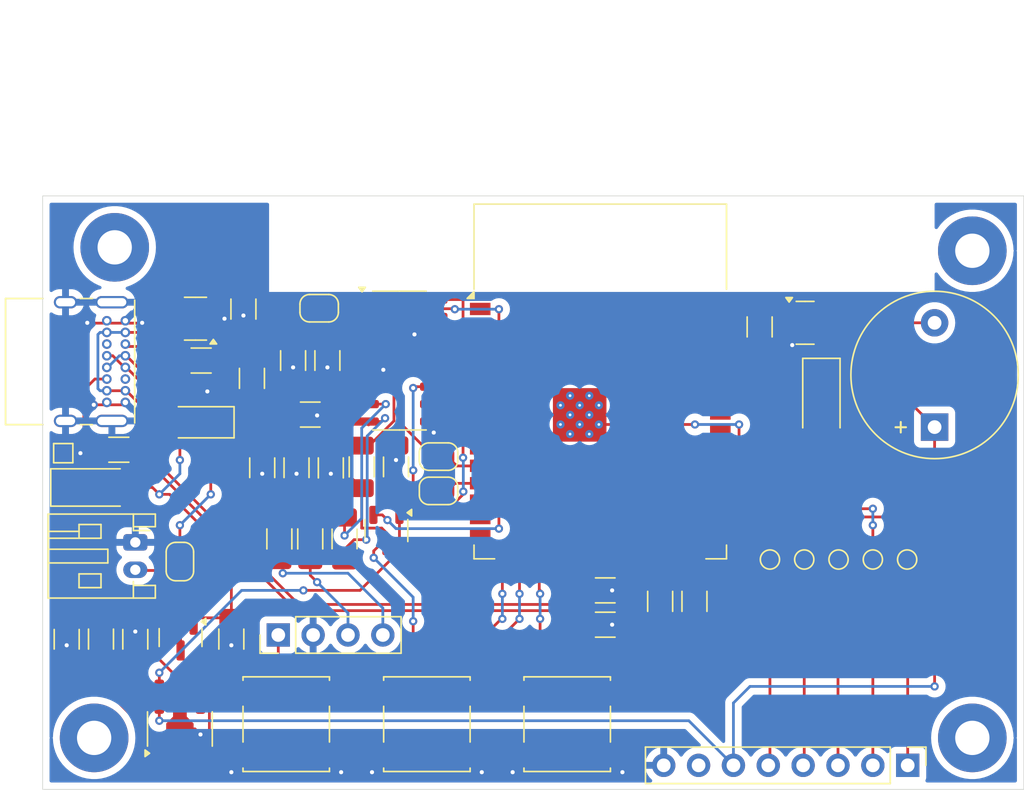
<source format=kicad_pcb>
(kicad_pcb (version 20240108) (generator "pcbnew") (generator_version "8.0")
  (layers (0 "F.Cu" signal) (31 "B.Cu" signal) (34 "B.Paste" user) (35 "F.Paste" user) (36 "B.SilkS" user "B.Silkscreen") (37 "F.SilkS" user "F.Silkscreen") (38 "B.Mask" user) (39 "F.Mask" user) (44 "Edge.Cuts" user))
  (net 0 "")
  (net 1 "Net-(D1-K)")
  (net 2 "GND")
  (net 3 "3.3V")
  (net 4 "VBAT")
  (net 5 "Net-(U2-INA-)")
  (net 6 "Net-(U2-INA+)")
  (net 7 "/E+")
  (net 8 "Net-(U2-VBG)")
  (net 9 "VBUS")
  (net 10 "Net-(D2-K)")
  (net 11 "Net-(D4-A)")
  (net 12 "/RST")
  (net 13 "/CS")
  (net 15 "/CLK")
  (net 16 "/D{slash}C")
  (net 17 "/S+")
  (net 18 "/S-")
  (net 19 "Net-(J3-Pin_2)")
  (net 20 "/D+")
  (net 21 "Net-(J4-CC2)")
  (net 22 "Net-(J4-CC1)")
  (net 23 "/D-")
  (net 24 "Net-(JP1-B)")
  (net 25 "/DATA")
  (net 26 "Net-(JP2-A)")
  (net 27 "Net-(JP3-B)")
  (net 28 "Net-(JP3-A)")
  (net 29 "/BEEP")
  (net 30 "Net-(Q2-B)")
  (net 31 "Net-(U4-EN)")
  (net 32 "Net-(U3-STAT)")
  (net 33 "Net-(U3-PROG)")
  (net 34 "Net-(U2-VFB)")
  (net 35 "/BUT1")
  (net 36 "/BUT2")
  (net 37 "/BUT3")
  (net 69 "Net-(JP2-B)")
  (net 70 "Net-(Q3-G)")
  (net 71 "Net-(U1-GPIO19{slash}USB_D-)")
  (net 72 "Net-(U1-GPIO20{slash}USB_D+)")
  (footprint "Package_TO_SOT_SMD:SOT-23-3" (layer "F.Cu") (at 152.8 116.8875 -90)
    (property "Reference" "Q2" (hide yes))
    (property "Value" "S8550" (hide yes))
  )
  (footprint "Diode_SMD:D_SOD-128" (layer "F.Cu") (at 184.5 107.5 -90)
    (property "Reference" "D4" (hide yes))
    (property "Value" "D_Schottky_Filled" (hide yes))
  )
  (footprint "Connector_JST:JST_PH_S2B-PH-K_1x02_P2.00mm_Horizontal" (layer "F.Cu") (at 134.5 117.75 -90)
    (property "Reference" "J3" (hide yes))
    (property "Value" "Conn_01x02" (hide yes))
  )
  (footprint "Resistor_SMD:R_1206_3216Metric_Pad1.30x1.75mm_HandSolder" (layer "F.Cu") (at 142.38 100.75 -90)
    (property "Reference" "R4" (hide yes))
    (property "Value" "5.1k" (hide yes))
  )
  (footprint "TestPoint:TestPoint_Pad_D1.0mm" (layer "F.Cu") (at 180.75 119)
    (property "Reference" "TP5" (hide yes))
    (property "Value" "TestPoint_Small" (hide yes))
  )
  (footprint "Connector_PinHeader_2.54mm:PinHeader_1x08_P2.54mm_Vertical" (layer "F.Cu") (at 190.79 134 -90)
    (property "Reference" "J1" (hide yes))
    (property "Value" "Conn_01x08" (hide yes))
  )
  (footprint "Capacitor_SMD:C_1206_3216Metric_Pad1.33x1.80mm_HandSolder" (layer "F.Cu") (at 168.75 121.25)
    (property "Reference" "C11" (hide yes))
    (property "Value" "20p" (hide yes))
  )
  (footprint "Resistor_SMD:R_1206_3216Metric_Pad1.30x1.75mm_HandSolder" (layer "F.Cu") (at 132 124.8 -90)
    (property "Reference" "R1" (hide yes))
    (property "Value" "100k" (hide yes))
  )
  (footprint "Jumper:SolderJumper-2_P1.3mm_Bridged2Bar_RoundedPad1.0x1.5mm" (layer "F.Cu") (at 156.6 114 180)
    (property "Reference" "JP3" (hide yes))
    (property "Value" "SolderJumper_2_Bridged" (hide yes))
  )
  (footprint "Resistor_SMD:R_1206_3216Metric_Pad1.30x1.75mm_HandSolder" (layer "F.Cu") (at 151 112.25 -90)
    (property "Reference" "R7" (hide yes))
    (property "Value" "100" (hide yes))
  )
  (footprint "Resistor_SMD:R_1206_3216Metric_Pad1.30x1.75mm_HandSolder" (layer "F.Cu") (at 141.5 124.8 -90)
    (property "Reference" "R2" (hide yes))
    (property "Value" "100k" (hide yes))
  )
  (footprint "Jumper:SolderJumper-2_P1.3mm_Bridged2Bar_RoundedPad1.0x1.5mm" (layer "F.Cu") (at 147.9 100.6875 180)
    (property "Reference" "JP1" (hide yes))
    (property "Value" "SolderJumper_2_Bridged" (hide yes))
  )
  (footprint "Diode_SMD:D_SOD-128" (layer "F.Cu") (at 131.5 113.75)
    (property "Reference" "D1" (hide yes))
    (property "Value" "~" (hide yes))
  )
  (footprint "Package_SO:SOP-16_3.9x9.9mm_P1.27mm" (layer "F.Cu") (at 153.75 104.5)
    (property "Reference" "U2" (hide yes))
    (property "Value" "HX711" (hide yes))
  )
  (footprint "Package_TO_SOT_SMD:SOT-89-5_Handsoldering" (layer "F.Cu") (at 137.75 131.35 90)
    (property "Reference" "U4" (hide yes))
    (property "Value" "AP2112/RT9080-3.3" (hide yes))
  )
  (footprint "Resistor_SMD:R_1206_3216Metric_Pad1.30x1.75mm_HandSolder" (layer "F.Cu") (at 133.3 111)
    (property "Reference" "R9" (hide yes))
    (property "Value" "5.1k" (hide yes))
  )
  (footprint "MountingHole:MountingHole_2.5mm_Pad_TopBottom" (layer "F.Cu") (at 195.5 96.5)
    (property "Reference" "H3" (hide yes))
    (property "Value" "MountingHole" (hide yes))
  )
  (footprint "TestPoint:TestPoint_Pad_D1.0mm" (layer "F.Cu") (at 185.75 119)
    (property "Reference" "TP3" (hide yes))
    (property "Value" "TestPoint_Small" (hide yes))
  )
  (footprint "Package_TO_SOT_SMD:SOT-23-5" (layer "F.Cu") (at 138.8875 101.45 180)
    (property "Reference" "U3" (hide yes))
    (property "Value" "MCP73832-5-OT" (hide yes))
  )
  (footprint "Resistor_SMD:R_1206_3216Metric_Pad1.30x1.75mm_HandSolder" (layer "F.Cu") (at 145 117.5 90)
    (property "Reference" "R6" (hide yes))
    (property "Value" "100" (hide yes))
  )
  (footprint "Resistor_SMD:R_1206_3216Metric_Pad1.30x1.75mm_HandSolder" (layer "F.Cu") (at 148.75 112.325 90)
    (property "Reference" "R8" (hide yes))
    (property "Value" "100" (hide yes))
  )
  (footprint "Capacitor_SMD:C_1206_3216Metric_Pad1.33x1.80mm_HandSolder" (layer "F.Cu") (at 134.5 124.8125 90)
    (property "Reference" "C2" (hide yes))
    (property "Value" "10uF" (hide yes))
  )
  (footprint "Package_TO_SOT_SMD:SOT-23" (layer "F.Cu") (at 183.3125 101.75)
    (property "Reference" "Q3" (hide yes))
    (property "Value" "BSS138" (hide yes))
  )
  (footprint "Buzzer_Beeper:Buzzer_12x9.5RM7.6" (layer "F.Cu") (at 192.75 109.35 90)
    (property "Reference" "LS1" (hide yes))
    (property "Value" "Speaker" (hide yes))
  )
  (footprint "LED_SMD:LED_1206_3216Metric_Pad1.42x1.75mm_HandSolder" (layer "F.Cu") (at 139.2375 109 180)
    (property "Reference" "D2" (hide yes))
    (property "Value" "LED" (hide yes))
  )
  (footprint "Connector_PinHeader_2.54mm:PinHeader_1x04_P2.54mm_Vertical" (layer "F.Cu") (at 144.92 124.5 90)
    (property "Reference" "J2" (hide yes))
    (property "Value" "Conn_01x04" (hide yes))
  )
  (footprint "Capacitor_SMD:C_1206_3216Metric_Pad1.33x1.80mm_HandSolder" (layer "F.Cu") (at 146.25 112.3125 90)
    (property "Reference" "C9" (hide yes))
    (property "Value" "100nF" (hide yes))
  )
  (footprint "Connector_USB:USB_C_Receptacle_GCT_USB4085" (layer "F.Cu") (at 133.775 101.6 -90)
    (property "Reference" "J4" (hide yes))
    (property "Value" "USB C" (hide yes))
  )
  (footprint "Button_Switch_SMD:SW_SPST_B3S-1000" (layer "F.Cu") (at 165.975 131)
    (property "Reference" "SW3" (hide yes))
    (property "Value" "SW_Push" (hide yes))
  )
  (footprint "Capacitor_SMD:C_1206_3216Metric_Pad1.33x1.80mm_HandSolder" (layer "F.Cu") (at 146 104.5 -90)
    (property "Reference" "C6" (hide yes))
    (property "Value" "10uF" (hide yes))
  )
  (footprint "Button_Switch_SMD:SW_SPST_B3S-1000" (layer "F.Cu") (at 145.5 131)
    (property "Reference" "SW1" (hide yes))
    (property "Value" "SW_Push" (hide yes))
  )
  (footprint "Button_Switch_SMD:SW_SPST_B3S-1000" (layer "F.Cu") (at 155.75 131)
    (property "Reference" "SW2" (hide yes))
    (property "Value" "SW_Push" (hide yes))
  )
  (footprint "TestPoint:TestPoint_Pad_D1.0mm" (layer "F.Cu") (at 190.75 119)
    (property "Reference" "TP1" (hide yes))
    (property "Value" "TestPoint_Small" (hide yes))
  )
  (footprint "Resistor_SMD:R_1206_3216Metric_Pad1.30x1.75mm_HandSolder" (layer "F.Cu") (at 180 102.05 90)
    (property "Reference" "R11" (hide yes))
    (property "Value" "10k" (hide yes))
  )
  (footprint "Resistor_SMD:R_1206_3216Metric_Pad1.30x1.75mm_HandSolder" (layer "F.Cu") (at 139.3 104.5)
    (property "Reference" "R10" (hide yes))
    (property "Value" "5.1k" (hide yes))
  )
  (footprint "TestPoint:TestPoint_Pad_1.0x1.0mm" (layer "F.Cu") (at 129.25 111.25 90)
    (property "Reference" "TP6" (hide yes))
    (property "Value" "TestPoint_Small" (hide yes))
  )
  (footprint "Capacitor_SMD:C_1206_3216Metric_Pad1.33x1.80mm_HandSolder" (layer "F.Cu") (at 153.5 112.25 90)
    (property "Reference" "C4" (hide yes))
    (property "Value" "10uF" (hide yes))
  )
  (footprint "Resistor_SMD:R_1206_3216Metric_Pad1.30x1.75mm_HandSolder" (layer "F.Cu") (at 143 105.8 90)
    (property "Reference" "R3" (hide yes))
    (property "Value" "5.1k" (hide yes))
  )
  (footprint "Resistor_SMD:R_1206_3216Metric_Pad1.30x1.75mm_HandSolder" (layer "F.Cu") (at 147.25 117.5 90)
    (property "Reference" "R5" (hide yes))
    (property "Value" "100" (hide yes))
  )
  (footprint "Package_TO_SOT_SMD:SOT-23" (layer "F.Cu") (at 137.8 124.6875 -90)
    (property "Reference" "Q1" (hide yes))
    (property "Value" "DMG3415U" (hide yes))
  )
  (footprint "Capacitor_SMD:C_1206_3216Metric_Pad1.33x1.80mm_HandSolder" (layer "F.Cu") (at 168.75 123.75 180)
    (property "Reference" "C10" (hide yes))
    (property "Value" "20p" (hide yes))
  )
  (footprint "RF_Module:ESP32-S3-WROOM-1" (layer "F.Cu") (at 168.385 106)
    (property "Reference" "U1" (hide yes))
    (property "Value" "ESP32-S3" (hide yes))
  )
  (footprint "Jumper:SolderJumper-2_P1.3mm_Bridged2Bar_RoundedPad1.0x1.5mm" (layer "F.Cu") (at 137.75 119.15 90)
    (property "Reference" "JP4" (hide yes))
    (property "Value" "SolderJumper_2_Bridged" (hide yes))
  )
  (footprint "Resistor_SMD:R_1206_3216Metric_Pad1.30x1.75mm_HandSolder" (layer "F.Cu") (at 172.75 122.05 -90)
    (property "Reference" "R12" (hide yes))
    (property "Value" "22" (hide yes))
  )
  (footprint "Jumper:SolderJumper-2_P1.3mm_Bridged2Bar_RoundedPad1.0x1.5mm" (layer "F.Cu") (at 156.6 111.5)
    (property "Reference" "JP2" (hide yes))
    (property "Value" "SolderJumper_2_Bridged" (hide yes))
  )
  (footprint "Resistor_SMD:R_1206_3216Metric_Pad1.30x1.75mm_HandSolder" (layer "F.Cu") (at 175.25 122.05 90)
    (property "Reference" "R13" (hide yes))
    (property "Value" "22" (hide yes))
  )
  (footprint "Capacitor_SMD:C_1206_3216Metric_Pad1.33x1.80mm_HandSolder" (layer "F.Cu") (at 129.5 124.8125 -90)
    (property "Reference" "C1" (hide yes))
    (property "Value" "10uF" (hide yes))
  )
  (footprint "MountingHole:MountingHole_2.5mm_Pad_TopBottom" (layer "F.Cu") (at 195.5 132)
    (property "Reference" "H4" (hide yes))
    (property "Value" "MountingHole" (hide yes))
  )
  (footprint "Capacitor_SMD:C_1206_3216Metric_Pad1.33x1.80mm_HandSolder" (layer "F.Cu") (at 149.75 117.5 -90)
    (property "Reference" "C7" (hide yes))
    (property "Value" "100nF" (hide yes))
  )
  (footprint "MountingHole:MountingHole_2.5mm_Pad_TopBottom" (layer "F.Cu") (at 131.5 132)
    (property "Reference" "H2" (hide yes))
    (property "Value" "MountingHole" (hide yes))
  )
  (footprint "Capacitor_SMD:C_1206_3216Metric_Pad1.33x1.80mm_HandSolder" (layer "F.Cu") (at 143.75 112.3125 -90)
    (property "Reference" "C8" (hide yes))
    (property "Value" "10uf" (hide yes))
  )
  (footprint "Capacitor_SMD:C_1206_3216Metric_Pad1.33x1.80mm_HandSolder" (layer "F.Cu") (at 148.5 104.5 -90)
    (property "Reference" "C5" (hide yes))
    (property "Value" "10uF" (hide yes))
  )
  (footprint "TestPoint:TestPoint_Pad_D1.0mm" (layer "F.Cu") (at 188.25 119)
    (property "Reference" "TP2" (hide yes))
    (property "Value" "TestPoint_Small" (hide yes))
  )
  (footprint "TestPoint:TestPoint_Pad_D1.0mm" (layer "F.Cu") (at 183.25 119)
    (property "Reference" "TP4" (hide yes))
    (property "Value" "TestPoint_Small" (hide yes))
  )
  (footprint "MountingHole:MountingHole_2.5mm_Pad_TopBottom" (layer "F.Cu") (at 133 96.25)
    (property "Reference" "H1" (hide yes))
    (property "Value" "MountingHole" (hide yes))
  )
  (footprint "Capacitor_SMD:C_1206_3216Metric_Pad1.33x1.80mm_HandSolder" (layer "F.Cu") (at 147.25 108.4375)
    (property "Reference" "C3" (hide yes))
    (property "Value" "10uF" (hide yes))
  )
  (gr_rect (start 127.75 92.5) (end 199.25 135.75) (stroke (width 0.05)) (fill none) (layer "Edge.Cuts"))
  (segment (start 135.75 124.85) (end 136.85 123.75) (width 0.2) (layer "F.Cu") (net 1))
  (segment (start 130.75 124.5) (end 129.5 123.25) (width 0.2) (layer "F.Cu") (net 1))
  (segment (start 129.1 113.75) (end 129.1 122.85) (width 0.2) (layer "F.Cu") (net 1))
  (segment (start 133.6 124.85) (end 135.75 124.85) (width 0.2) (layer "F.Cu") (net 1))
  (segment (start 129.1 122.85) (end 129.5 123.25) (width 0.2) (layer "F.Cu") (net 1))
  (segment (start 136.25 132.409744) (end 130.75 126.909744) (width 0.2) (layer "F.Cu") (net 1))
  (segment (start 130.75 126.909744) (end 130.75 124.5) (width 0.2) (layer "F.Cu") (net 1))
  (segment (start 136.25 133.7) (end 136.25 132.409744) (width 0.2) (layer "F.Cu") (net 1))
  (segment (start 132 123.25) (end 129.5 123.25) (width 0.2) (layer "F.Cu") (net 1))
  (segment (start 132 123.25) (end 133.6 124.85) (width 0.2) (layer "F.Cu") (net 1))
  (segment (start 146.25 113.875) (end 146.25 112.75) (width 0.2) (layer "F.Cu") (net 2))
  (segment (start 134.975 101.775) (end 135 101.75) (width 0.2) (layer "F.Cu") (net 2))
  (segment (start 156.25 101.325) (end 156.675 101.325) (width 0.2) (layer "F.Cu") (net 2))
  (segment (start 182.375 103.375) (end 182.375 102.7) (width 0.2) (layer "F.Cu") (net 2))
  (segment (start 146 106.0625) (end 146 105) (width 0.2) (layer "F.Cu") (net 2))
  (segment (start 133.775 101.775) (end 132.425 101.775) (width 0.2) (layer "F.Cu") (net 2))
  (segment (start 132.425 101.775) (end 131.025 101.775) (width 0.2) (layer "F.Cu") (net 2))
  (segment (start 134.85 111) (end 134.85 108.625) (width 0.2) (layer "F.Cu") (net 2))
  (segment (start 152.535 105.135) (end 151.25 105.135) (width 0.2) (layer "F.Cu") (net 2))
  (segment (start 138.7125 104.051526) (end 138.7125 102.003186) (width 0.2) (layer "F.Cu") (net 2))
  (segment (start 134.85 108.625) (end 133.775 107.55) (width 0.2) (layer "F.Cu") (net 2))
  (segment (start 139.265686 101.45) (end 140.025 101.45) (width 0.2) (layer "F.Cu") (net 2))
  (segment (start 170.3125 121.25) (end 169.25 121.25) (width 0.2) (layer "F.Cu") (net 2))
  (segment (start 139.25 131.75) (end 138.85 131.35) (width 0.2) (layer "F.Cu") (net 2))
  (segment (start 147.8125 108.4375) (end 147.75 108.5) (width 0.2) (layer "F.Cu") (net 2))
  (segment (start 170.3125 123.75) (end 169.25 123.75) (width 0.2) (layer "F.Cu") (net 2))
  (segment (start 143.75 113.875) (end 143.75 112.75) (width 0.2) (layer "F.Cu") (net 2))
  (segment (start 140.85 106.75) (end 139.75 106.75) (width 0.2) (layer "F.Cu") (net 2))
  (segment (start 138.7125 102.003186) (end 139.265686 101.45) (width 0.2) (layer "F.Cu") (net 2))
  (segment (start 149.5 133.25) (end 149.5 134.5) (width 0.2) (layer "F.Cu") (net 2))
  (segment (start 142.38 101.22) (end 142.38 102.3) (width 0.2) (layer "F.Cu") (net 2))
  (segment (start 138.85 131.35) (end 137.75 131.35) (width 0.2) (layer "F.Cu") (net 2))
  (segment (start 129.25 111.25) (end 130.5 111.25) (width 0.2) (layer "F.Cu") (net 2))
  (segment (start 156.25 108.945) (end 156.25 109.75) (width 0.2) (layer "F.Cu") (net 2))
  (segment (start 152.575 105.175) (end 152.535 105.135) (width 0.2) (layer "F.Cu") (net 2))
  (segment (start 153.5 110.6875) (end 153.5 111.75) (width 0.2) (layer "F.Cu") (net 2))
  (segment (start 133.775 101.775) (end 134.975 101.775) (width 0.2) (layer "F.Cu") (net 2))
  (segment (start 156.25 101.325) (end 156.25 102.595) (width 0.2) (layer "F.Cu") (net 2))
  (segment (start 131.475 107.725) (end 133.775 107.725) (width 0.2) (layer "F.Cu") (net 2))
  (segment (start 141.5 126.55) (end 141.5 125.25) (width 0.2) (layer "F.Cu") (net 2))
  (segment (start 148.8125 108.4375) (end 147.8125 108.4375) (width 0.2) (layer "F.Cu") (net 2))
  (segment (start 138 128) (end 137.5 128) (width 0.2) (layer "F.Cu") (net 2))
  (segment (start 162 133.25) (end 162 134.5) (width 0.2) (layer "F.Cu") (net 2))
  (segment (start 151.75 133.25) (end 151.75 134.5) (width 0.2) (layer "F.Cu") (net 2))
  (segment (start 140.85 104.5) (end 140.85 106.75) (width 0.2) (layer "F.Cu") (net 2))
  (segment (start 139.160974 104.5) (end 138.7125 104.051526) (width 0.2) (layer "F.Cu") (net 2))
  (segment (start 154.845 102.595) (end 156.25 102.595) (width 0.2) (layer "F.Cu") (net 2))
  (segment (start 148.5 106.0625) (end 148.5 105) (width 0.2) (layer "F.Cu") (net 2))
  (segment (start 131.025 101.775) (end 131 101.75) (width 0.2) (layer "F.Cu") (net 2))
  (segment (start 129.5 126.375) (end 129.5 125.25) (width 0.2) (layer "F.Cu") (net 2))
  (segment (start 141.5 133.25) (end 141.5 134.5) (width 0.2) (layer "F.Cu") (net 2))
  (segment (start 140.85 104.5) (end 139.160974 104.5) (width 0.2) (layer "F.Cu") (net 2))
  (segment (start 141 101.45) (end 140.025 101.45) (width 0.2) (layer "F.Cu") (net 2))
  (segment (start 170 133.25) (end 170 134.5) (width 0.2) (layer "F.Cu") (net 2))
  (segment (start 134.5 123.25) (end 134.5 124.25) (width 0.2) (layer "F.Cu") (net 2))
  (segment (start 148.75 113.875) (end 148.75 112.75) (width 0.2) (layer "F.Cu") (net 2))
  (segment (start 156.25 107.675) (end 156.25 108.945) (width 0.2) (layer "F.Cu") (net 2))
  (segment (start 159.75 133.25) (end 159.75 134.5) (width 0.2) (layer "F.Cu") (net 2))
  (via (at 139.25 131.75) (size 0.6) (drill 0.3) (layers "F.Cu" "B.Cu") (net 2))
  (via (at 148.5 105) (size 0.6) (drill 0.3) (layers "F.Cu" "B.Cu") (net 2))
  (via (at 149.5 134.5) (size 0.6) (drill 0.3) (layers "F.Cu" "B.Cu") (net 2))
  (via (at 162 134.5) (size 0.6) (drill 0.3) (layers "F.Cu" "B.Cu") (net 2))
  (via (at 142.38 101.22) (size 0.6) (drill 0.3) (layers "F.Cu" "B.Cu") (net 2))
  (via (at 148.75 112.75) (size 0.6) (drill 0.3) (layers "F.Cu" "B.Cu") (net 2))
  (via (at 146.25 112.75) (size 0.6) (drill 0.3) (layers "F.Cu" "B.Cu") (net 2))
  (via (at 139.75 106.75) (size 0.6) (drill 0.3) (layers "F.Cu" "B.Cu") (net 2))
  (via (at 182.375 103.375) (size 0.6) (drill 0.3) (layers "F.Cu" "B.Cu") (net 2))
  (via (at 170 134.5) (size 0.6) (drill 0.3) (layers "F.Cu" "B.Cu") (net 2))
  (via (at 143.75 112.75) (size 0.6) (drill 0.3) (layers "F.Cu" "B.Cu") (net 2))
  (via (at 135 101.75) (size 0.6) (drill 0.3) (layers "F.Cu" "B.Cu") (net 2))
  (via (at 130.5 111.25) (size 0.6) (drill 0.3) (layers "F.Cu" "B.Cu") (net 2))
  (via (at 141 101.45) (size 0.6) (drill 0.3) (layers "F.Cu" "B.Cu") (net 2))
  (via (at 156.25 109.75) (size 0.6) (drill 0.3) (layers "F.Cu" "B.Cu") (net 2))
  (via (at 154.845 102.595) (size 0.6) (drill 0.3) (layers "F.Cu" "B.Cu") (net 2))
  (via (at 169.25 121.25) (size 0.6) (drill 0.3) (layers "F.Cu" "B.Cu") (net 2))
  (via (at 159.75 134.5) (size 0.6) (drill 0.3) (layers "F.Cu" "B.Cu") (net 2))
  (via (at 152.575 105.175) (size 0.6) (drill 0.3) (layers "F.Cu" "B.Cu") (net 2))
  (via (at 141.5 134.5) (size 0.6) (drill 0.3) (layers "F.Cu" "B.Cu") (net 2))
  (via (at 146 105) (size 0.6) (drill 0.3) (layers "F.Cu" "B.Cu") (net 2))
  (via (at 131.475 107.725) (size 0.6) (drill 0.3) (layers "F.Cu" "B.Cu") (net 2))
  (via (at 129.5 125.25) (size 0.6) (drill 0.3) (layers "F.Cu" "B.Cu") (net 2))
  (via (at 151.75 134.5) (size 0.6) (drill 0.3) (layers "F.Cu" "B.Cu") (net 2))
  (via (at 131 101.75) (size 0.6) (drill 0.3) (layers "F.Cu" "B.Cu") (net 2))
  (via (at 134.5 124.25) (size 0.6) (drill 0.3) (layers "F.Cu" "B.Cu") (net 2))
  (via (at 147.75 108.5) (size 0.6) (drill 0.3) (layers "F.Cu" "B.Cu") (net 2))
  (via (at 153.5 111.75) (size 0.6) (drill 0.3) (layers "F.Cu" "B.Cu") (net 2))
  (via (at 169.25 123.75) (size 0.6) (drill 0.3) (layers "F.Cu" "B.Cu") (net 2))
  (via (at 141.5 125.25) (size 0.6) (drill 0.3) (layers "F.Cu" "B.Cu") (net 2))
  (segment (start 136.25 129) (end 136.25 127.25) (width 0.2) (layer "F.Cu") (net 3))
  (segment (start 148.45 100.055) (end 148.45 100.5875) (width 0.2) (layer "F.Cu") (net 3))
  (segment (start 146 102.9375) (end 148.5 102.9375) (width 0.2) (layer "F.Cu") (net 3))
  (segment (start 192.75 109.35) (end 192.75 128.25) (width 0.2) (layer "F.Cu") (net 3))
  (segment (start 148.55 102.8875) (end 148.5 102.9375) (width 0.2) (layer "F.Cu") (net 3))
  (segment (start 156.893877 115.75) (end 153.75 115.75) (width 0.2) (layer "F.Cu") (net 3))
  (segment (start 135.25 129) (end 134.5 128.25) (width 0.2) (layer "F.Cu") (net 3))
  (segment (start 148.5 102.9375) (end 148.8275 103.265) (width 0.2) (layer "F.Cu") (net 3))
  (segment (start 158.404237 114.23964) (end 156.893877 115.75) (width 0.2) (layer "F.Cu") (net 3))
  (segment (start 178 133.91) (end 178.09 134) (width 0.2) (layer "F.Cu") (net 3))
  (segment (start 134.5 128.25) (end 134.5 126.375) (width 0.2) (layer "F.Cu") (net 3))
  (segment (start 158.45 114.095763) (end 158.404237 114.05) (width 0.2) (layer "F.Cu") (net 3))
  (segment (start 188.7 105.3) (end 192.75 109.35) (width 0.2) (layer "F.Cu") (net 3))
  (segment (start 136.25 129) (end 135.25 129) (width 0.2) (layer "F.Cu") (net 3))
  (segment (start 148.55 100.6875) (end 148.8125 100.6875) (width 0.2) (layer "F.Cu") (net 3))
  (segment (start 148.8125 100.6875) (end 149.445 100.055) (width 0.2) (layer "F.Cu") (net 3))
  (segment (start 184.5 105.3) (end 188.7 105.3) (width 0.2) (layer "F.Cu") (net 3))
  (segment (start 148.821449 103.258949) (end 148.5 102.9375) (width 0.2) (layer "F.Cu") (net 3))
  (segment (start 158.384998 111.58) (end 158.384998 100.055) (width 0.2) (layer "F.Cu") (net 3))
  (segment (start 146.75 121.25) (end 150.878052 121.25) (width 0.2) (layer "F.Cu") (net 3))
  (segment (start 153.75 114.0625) (end 153.5 113.8125) (width 0.2) (layer "F.Cu") (net 3))
  (segment (start 149.445 100.055) (end 151.25 100.055) (width 0.2) (layer "F.Cu") (net 3))
  (segment (start 156.25 100.055) (end 151.25 100.055) (width 0.2) (layer "F.Cu") (net 3))
  (segment (start 153.75 115.75) (end 153.75 114.0625) (width 0.2) (layer "F.Cu") (net 3))
  (segment (start 178.09 134) (end 177.5 134) (width 0.2) (layer "F.Cu") (net 3))
  (segment (start 148.45 100.5875) (end 148.55 100.6875) (width 0.2) (layer "F.Cu") (net 3))
  (segment (start 136.25 129) (end 136.25 130.75) (width 0.2) (layer "F.Cu") (net 3))
  (segment (start 158.404237 114.05) (end 158.404237 114.23964) (width 0.2) (layer "F.Cu") (net 3))
  (segment (start 158.384998 100.055) (end 156.25 100.055) (width 0.2) (layer "F.Cu") (net 3))
  (segment (start 150.878052 121.25) (end 153.75 118.378052) (width 0.2) (layer "F.Cu") (net 3))
  (segment (start 153.75 118.378052) (end 153.75 115.75) (width 0.2) (layer "F.Cu") (net 3))
  (segment (start 148.55 100.6875) (end 148.55 102.8875) (width 0.2) (layer "F.Cu") (net 3))
  (via (at 136.25 127.25) (size 0.6) (drill 0.3) (layers "F.Cu" "B.Cu") (net 3))
  (via (at 146.75 121.25) (size 0.6) (drill 0.3) (layers "F.Cu" "B.Cu") (net 3))
  (via (at 158.384998 111.58) (size 0.6) (drill 0.3) (layers "F.Cu" "B.Cu") (net 3))
  (via (at 136.25 130.75) (size 0.6) (drill 0.3) (layers "F.Cu" "B.Cu") (net 3))
  (via (at 158.404237 114.05) (size 0.6) (drill 0.3) (layers "F.Cu" "B.Cu") (net 3))
  (via (at 192.75 128.25) (size 0.6) (drill 0.3) (layers "F.Cu" "B.Cu") (net 3))
  (segment (start 178.09 134) (end 178.09 129.455) (width 0.2) (layer "B.Cu") (net 3))
  (segment (start 142.25 121.25) (end 136.25 127.25) (width 0.2) (layer "B.Cu") (net 3))
  (segment (start 146.75 121.25) (end 142.25 121.25) (width 0.2) (layer "B.Cu") (net 3))
  (segment (start 179.295 128.25) (end 192.75 128.25) (width 0.2) (layer "B.Cu") (net 3))
  (segment (start 136.25 130.75) (end 174.84 130.75) (width 0.2) (layer "B.Cu") (net 3))
  (segment (start 174.84 130.75) (end 178.09 134) (width 0.2) (layer "B.Cu") (net 3))
  (segment (start 158.404237 114.05) (end 158.404237 111.599239) (width 0.2) (layer "B.Cu") (net 3))
  (segment (start 178.09 129.455) (end 179.295 128.25) (width 0.2) (layer "B.Cu") (net 3))
  (segment (start 158.404237 111.599239) (end 158.384998 111.58) (width 0.2) (layer "B.Cu") (net 3))
  (segment (start 140 112.652756) (end 144.215256 108.4375) (width 0.2) (layer "F.Cu") (net 4))
  (segment (start 138.805 118.8) (end 138.505 118.5) (width 0.2) (layer "F.Cu") (net 4))
  (segment (start 143.194872 100.5) (end 144.5 101.805128) (width 0.2) (layer "F.Cu") (net 4))
  (segment (start 137.8 121.143877) (end 138.805 120.138877) (width 0.2) (layer "F.Cu") (net 4))
  (segment (start 138.805 120.138877) (end 138.805 118.8) (width 0.2) (layer "F.Cu") (net 4))
  (segment (start 144.215256 108.4375) (end 145.6875 108.4375) (width 0.2) (layer "F.Cu") (net 4))
  (segment (start 144.5 101.805128) (end 144.5 108) (width 0.2) (layer "F.Cu") (net 4))
  (segment (start 145.3125 108.4375) (end 145.6875 108.4375) (width 0.2) (layer "F.Cu") (net 4))
  (segment (start 137.8 125.625) (end 137.8 121.143877) (width 0.2) (layer "F.Cu") (net 4))
  (segment (start 145.25 108) (end 145.6875 108.4375) (width 0.2) (layer "F.Cu") (net 4))
  (segment (start 140 114.25) (end 140 112.652756) (width 0.2) (layer "F.Cu") (net 4))
  (segment (start 140.025 100.5) (end 143.194872 100.5) (width 0.2) (layer "F.Cu") (net 4))
  (segment (start 137.75 118.5) (end 137.75 116.5) (width 0.2) (layer "F.Cu") (net 4))
  (segment (start 138.505 118.5) (end 137.75 118.5) (width 0.2) (layer "F.Cu") (net 4))
  (segment (start 144.5 108) (end 145.25 108) (width 0.2) (layer "F.Cu") (net 4))
  (via (at 140 114.25) (size 0.6) (drill 0.3) (layers "F.Cu" "B.Cu") (net 4))
  (via (at 137.75 116.5) (size 0.6) (drill 0.3) (layers "F.Cu" "B.Cu") (net 4))
  (segment (start 140 114.25) (end 137.75 116.5) (width 0.2) (layer "B.Cu") (net 4))
  (segment (start 149.75 117.25) (end 149.75 115.9375) (width 0.2) (layer "F.Cu") (net 5))
  (segment (start 149.7375 115.95) (end 149.75 115.9375) (width 0.2) (layer "F.Cu") (net 5))
  (segment (start 147.25 115.95) (end 149.7375 115.95) (width 0.2) (layer "F.Cu") (net 5))
  (segment (start 152.75 107.675) (end 151.25 107.675) (width 0.2) (layer "F.Cu") (net 5))
  (via (at 152.75 107.675) (size 0.6) (drill 0.3) (layers "F.Cu" "B.Cu") (net 5))
  (via (at 149.75 117.25) (size 0.6) (drill 0.3) (layers "F.Cu" "B.Cu") (net 5))
  (segment (start 151 109.425) (end 151 116) (width 0.2) (layer "B.Cu") (net 5))
  (segment (start 152.75 107.675) (end 151 109.425) (width 0.2) (layer "B.Cu") (net 5))
  (segment (start 151 116) (end 149.75 117.25) (width 0.2) (layer "B.Cu") (net 5))
  (segment (start 151.25 108.945) (end 152.45647 108.945) (width 0.2) (layer "F.Cu") (net 6))
  (segment (start 151.334358 117.556239) (end 150.443761 117.556239) (width 0.2) (layer "F.Cu") (net 6))
  (segment (start 147.15 118.1) (end 148.7875 118.1) (width 0.2) (layer "F.Cu") (net 6))
  (segment (start 151.5 109.195) (end 151.25 108.945) (width 0.2) (layer "F.Cu") (net 6))
  (segment (start 150.443761 117.556239) (end 149.75 118.25) (width 0.2) (layer "F.Cu") (net 6))
  (segment (start 152.45647 108.945) (end 152.700735 108.700735) (width 0.2) (layer "F.Cu") (net 6))
  (segment (start 149.75 118.25) (end 149.75 119.0625) (width 0.2) (layer "F.Cu") (net 6))
  (segment (start 145 115.95) (end 147.15 118.1) (width 0.2) (layer "F.Cu") (net 6))
  (segment (start 148.7875 118.1) (end 149.75 119.0625) (width 0.2) (layer "F.Cu") (net 6))
  (via (at 152.700735 108.700735) (size 0.6) (drill 0.3) (layers "F.Cu" "B.Cu") (net 6))
  (via (at 151.334358 117.556239) (size 0.6) (drill 0.3) (layers "F.Cu" "B.Cu") (net 6))
  (segment (start 151.334358 117.556239) (end 151.4 117.490597) (width 0.2) (layer "B.Cu") (net 6))
  (segment (start 151.4 110.00147) (end 152.700735 108.700735) (width 0.2) (layer "B.Cu") (net 6))
  (segment (start 151.4 117.490597) (end 151.4 110.00147) (width 0.2) (layer "B.Cu") (net 6))
  (segment (start 148.163971 107.2375) (end 147 108.401471) (width 0.2) (layer "F.Cu") (net 7))
  (segment (start 149.7 106.8) (end 149.2625 107.2375) (width 0.2) (layer "F.Cu") (net 7))
  (segment (start 150.250001 102.595) (end 149.7 103.145001) (width 0.2) (layer "F.Cu") (net 7))
  (segment (start 152.8 118.025) (end 152.8 117.05) (width 0.2) (layer "F.Cu") (net 7))
  (segment (start 154.75 123.5) (end 154.75 126.5) (width 0.2) (layer "F.Cu") (net 7))
  (segment (start 147 109.25) (end 146.4625 109.7875) (width 0.2) (layer "F.Cu") (net 7))
  (segment (start 151.875 118.875) (end 151.875 118.375) (width 0.2) (layer "F.Cu") (net 7))
  (segment (start 151 113.8) (end 149.2 112) (width 0.2) (layer "F.Cu") (net 7))
  (segment (start 146.4625 109.7875) (end 144.7125 109.7875) (width 0.2) (layer "F.Cu") (net 7))
  (segment (start 154.75 126.5) (end 154.5 126.75) (width 0.2) (layer "F.Cu") (net 7))
  (segment (start 145 112) (end 143.75 110.75) (width 0.2) (layer "F.Cu") (net 7))
  (segment (start 149.2 112) (end 145 112) (width 0.2) (layer "F.Cu") (net 7))
  (segment (start 149.7 103.145001) (end 149.7 106.8) (width 0.2) (layer "F.Cu") (net 7))
  (segment (start 149.2625 107.2375) (end 148.163971 107.2375) (width 0.2) (layer "F.Cu") (net 7))
  (segment (start 152.4625 116.7125) (end 151 116.7125) (width 0.2) (layer "F.Cu") (net 7))
  (segment (start 144.92 126.17) (end 144.92 124.5) (width 0.2) (layer "F.Cu") (net 7))
  (segment (start 145.5 126.75) (end 144.92 126.17) (width 0.2) (layer "F.Cu") (net 7))
  (segment (start 152.225 118.025) (end 152.8 118.025) (width 0.2) (layer "F.Cu") (net 7))
  (segment (start 151 116.7125) (end 151 113.8) (width 0.2) (layer "F.Cu") (net 7))
  (segment (start 151.25 102.595) (end 150.250001 102.595) (width 0.2) (layer "F.Cu") (net 7))
  (segment (start 151.875 118.375) (end 152.225 118.025) (width 0.2) (layer "F.Cu") (net 7))
  (segment (start 144.7125 109.7875) (end 143.75 110.75) (width 0.2) (layer "F.Cu") (net 7))
  (segment (start 147 108.401471) (end 147 109.25) (width 0.2) (layer "F.Cu") (net 7))
  (segment (start 152.8 117.05) (end 152.4625 116.7125) (width 0.2) (layer "F.Cu") (net 7))
  (segment (start 154.5 126.75) (end 145.5 126.75) (width 0.2) (layer "F.Cu") (net 7))
  (via (at 151.875 118.875) (size 0.6) (drill 0.3) (layers "F.Cu" "B.Cu") (net 7))
  (via (at 154.75 123.5) (size 0.6) (drill 0.3) (layers "F.Cu" "B.Cu") (net 7))
  (segment (start 154.75 121.75) (end 154.75 123.5) (width 0.2) (layer "B.Cu") (net 7))
  (segment (start 151.875 118.875) (end 154.75 121.75) (width 0.2) (layer "B.Cu") (net 7))
  (segment (start 149.95 107.334448) (end 149.95 109.147244) (width 0.2) (layer "F.Cu") (net 8))
  (segment (start 151.25 107.075) (end 150.209448 107.075) (width 0.2) (layer "F.Cu") (net 8))
  (segment (start 149.272244 109.825) (end 147.175 109.825) (width 0.2) (layer "F.Cu") (net 8))
  (segment (start 149.95 109.147244) (end 149.272244 109.825) (width 0.2) (layer "F.Cu") (net 8))
  (segment (start 151.25 106.405) (end 151.25 107.075) (width 0.2) (layer "F.Cu") (net 8))
  (segment (start 147.175 109.825) (end 146.25 110.75) (width 0.2) (layer "F.Cu") (net 8))
  (segment (start 150.209448 107.075) (end 149.95 107.334448) (width 0.2) (layer "F.Cu") (net 8))
  (segment (start 137.75 108.693704) (end 137.75 109) (width 0.2) (layer "F.Cu") (net 9))
  (segment (start 141.5 118.75) (end 141.5 123.45) (width 0.2) (layer "F.Cu") (net 9))
  (segment (start 137.5 100.5) (end 137.75 100.5) (width 0.2) (layer "F.Cu") (net 9))
  (segment (start 136.543877 114.25) (end 137 114.25) (width 0.2) (layer "F.Cu") (net 9))
  (segment (start 137 114.25) (end 141.5 118.75) (width 0.2) (layer "F.Cu") (net 9))
  (segment (start 133.5 113.75) (end 135.75 113.75) (width 0.2) (layer "F.Cu") (net 9))
  (segment (start 133.775 102.45) (end 135.55 102.45) (width 0.2) (layer "F.Cu") (net 9))
  (segment (start 133.75 112.26248) (end 135.397264 112.26248) (width 0.2) (layer "F.Cu") (net 9))
  (segment (start 137.75 111.75) (end 137.75 109) (width 0.2) (layer "F.Cu") (net 9))
  (segment (start 135.55 102.45) (end 137.5 100.5) (width 0.2) (layer "F.Cu") (net 9))
  (segment (start 135.75 113.75) (end 136.25 114.25) (width 0.2) (layer "F.Cu") (net 9))
  (segment (start 138.75 123.75) (end 139.25 123.25) (width 0.2) (layer "F.Cu") (net 9))
  (segment (start 133.7 112.31248) (end 133.75 112.26248) (width 0.2) (layer "F.Cu") (net 9))
  (segment (start 133.844239 106.7) (end 133.775 106.7) (width 0.2) (layer "F.Cu") (net 9))
  (segment (start 141.5 123.45) (end 141.2 123.75) (width 0.2) (layer "F.Cu") (net 9))
  (segment (start 135.88752 111.772224) (end 135.88752 108.743281) (width 0.2) (layer "F.Cu") (net 9))
  (segment (start 135.88752 108.743281) (end 133.844239 106.7) (width 0.2) (layer "F.Cu") (net 9))
  (segment (start 132.425 106.7) (end 133.775 106.7) (width 0.2) (layer "F.Cu") (net 9))
  (segment (start 139.25 123.25) (end 141.5 123.25) (width 0.2) (layer "F.Cu") (net 9))
  (segment (start 133.7 113.75) (end 133.7 112.31248) (width 0.2) (layer "F.Cu") (net 9))
  (segment (start 135.397264 112.26248) (end 135.88752 111.772224) (width 0.2) (layer "F.Cu") (net 9))
  (via (at 136.25 114.25) (size 0.6) (drill 0.3) (layers "F.Cu" "B.Cu") (net 9))
  (via (at 137.75 111.75) (size 0.6) (drill 0.3) (layers "F.Cu" "B.Cu") (net 9))
  (segment (start 133.775 102.45) (end 132.425 102.45) (width 0.2) (layer "B.Cu") (net 9))
  (segment (start 137.75 112.75) (end 137.75 111.75) (width 0.2) (layer "B.Cu") (net 9))
  (segment (start 131.775 102.605026) (end 131.930026 102.45) (width 0.2) (layer "B.Cu") (net 9))
  (segment (start 136.25 114.25) (end 137.75 112.75) (width 0.2) (layer "B.Cu") (net 9))
  (segment (start 131.775 106.544974) (end 131.775 102.605026) (width 0.2) (layer "B.Cu") (net 9))
  (segment (start 131.930026 106.7) (end 131.775 106.544974) (width 0.2) (layer "B.Cu") (net 9))
  (segment (start 131.930026 102.45) (end 132.425 102.45) (width 0.2) (layer "B.Cu") (net 9))
  (segment (start 132.425 106.7) (end 131.930026 106.7) (width 0.2) (layer "B.Cu") (net 9))
  (segment (start 142.5 109) (end 143 108.5) (width 0.2) (layer "F.Cu") (net 10))
  (segment (start 140.725 109) (end 142.5 109) (width 0.2) (layer "F.Cu") (net 10))
  (segment (start 143 108.5) (end 143 107.35) (width 0.2) (layer "F.Cu") (net 10))
  (segment (start 184.5 109.7) (end 184.5 108.75) (width 0.2) (layer "F.Cu") (net 11))
  (segment (start 182.5 106.75) (end 182.5 104.25) (width 0.2) (layer "F.Cu") (net 11))
  (segment (start 184.25 102.5) (end 184.25 101.75) (width 0.2) (layer "F.Cu") (net 11))
  (segment (start 182.5 104.25) (end 184.25 102.5) (width 0.2) (layer "F.Cu") (net 11))
  (segment (start 184.25 101.75) (end 192.75 101.75) (width 0.2) (layer "F.Cu") (net 11))
  (segment (start 184.5 108.75) (end 182.5 106.75) (width 0.2) (layer "F.Cu") (net 11))
  (segment (start 188.25 115.3) (end 181.4 115.3) (width 0.2) (layer "F.Cu") (net 12))
  (segment (start 181.4 115.3) (end 181.4 105.932845) (width 0.2) (layer "F.Cu") (net 12))
  (segment (start 178.825 105.69853) (end 178.825 100.825) (width 0.2) (layer "F.Cu") (net 12))
  (segment (start 188.25 119) (end 188.25 134) (width 0.2) (layer "F.Cu") (net 12))
  (segment (start 188.25 116.5) (end 188.25 119) (width 0.2) (layer "F.Cu") (net 12))
  (segment (start 181.4 105.932845) (end 181.165685 105.69853) (width 0.2) (layer "F.Cu") (net 12))
  (segment (start 181.165685 105.69853) (end 178.825 105.69853) (width 0.2) (layer "F.Cu") (net 12))
  (segment (start 178.825 100.825) (end 178.75 100.75) (width 0.2) (layer "F.Cu") (net 12))
  (segment (start 178.75 100.75) (end 176.75 100.75) (width 0.2) (layer "F.Cu") (net 12))
  (via (at 188.25 115.3) (size 0.6) (drill 0.3) (layers "F.Cu" "B.Cu") (net 12))
  (via (at 188.25 116.5) (size 0.6) (drill 0.3) (layers "F.Cu" "B.Cu") (net 12))
  (segment (start 188.25 115.3) (end 188.25 116.5) (width 0.2) (layer "B.Cu") (net 12))
  (segment (start 178.425 105.864215) (end 178.659315 106.09853) (width 0.2) (layer "F.Cu") (net 13))
  (segment (start 190.79 119.29) (end 190.79 134) (width 0.2) (layer "F.Cu") (net 13))
  (segment (start 190.75 119) (end 190.75 119.25) (width 0.2) (layer "F.Cu") (net 13))
  (segment (start 181 115.9) (end 190.75 115.9) (width 0.2) (layer "F.Cu") (net 13))
  (segment (start 178.659315 106.09853) (end 181 106.09853) (width 0.2) (layer "F.Cu") (net 13))
  (segment (start 177.135 102.01) (end 178.425 102.01) (width 0.2) (layer "F.Cu") (net 13))
  (segment (start 178.425 102.01) (end 178.425 105.864215) (width 0.2) (layer "F.Cu") (net 13))
  (segment (start 190.75 119.25) (end 190.79 119.29) (width 0.2) (layer "F.Cu") (net 13))
  (segment (start 190.75 115.9) (end 190.75 119) (width 0.2) (layer "F.Cu") (net 13))
  (segment (start 181 106.09853) (end 181 115.9) (width 0.2) (layer "F.Cu") (net 13))
  (segment (start 183.25 133.92) (end 183.17 134) (width 0.2) (layer "F.Cu") (net 15))
  (segment (start 183.25 119) (end 183.25 133.92) (width 0.2) (layer "F.Cu") (net 15))
  (segment (start 185.75 116.5) (end 185.75 119) (width 0.2) (layer "F.Cu") (net 16))
  (segment (start 167.98 109.25) (end 167.9 109.17) (width 0.2) (layer "F.Cu") (net 16))
  (segment (start 178.5 116.5) (end 185.75 116.5) (width 0.2) (layer "F.Cu") (net 16))
  (segment (start 185.75 119) (end 185.71 119.04) (width 0.2) (layer "F.Cu") (net 16))
  (segment (start 185.71 119.04) (end 185.71 134) (width 0.2) (layer "F.Cu") (net 16))
  (segment (start 168.25 109.25) (end 167.98 109.25) (width 0.2) (layer "F.Cu") (net 16))
  (segment (start 175.284998 109.16) (end 168.285 109.16) (width 0.2) (layer "F.Cu") (net 16))
  (segment (start 178.5 109.16) (end 178.5 116.5) (width 0.2) (layer "F.Cu") (net 16))
  (segment (start 168.525099 108.974901) (end 168.25 109.25) (width 0.2) (layer "F.Cu") (net 16))
  (via (at 175.284998 109.16) (size 0.6) (drill 0.3) (layers "F.Cu" "B.Cu") (net 16))
  (via (at 178.5 109.16) (size 0.6) (drill 0.3) (layers "F.Cu" "B.Cu") (net 16))
  (segment (start 178.5 109.16) (end 175.284998 109.16) (width 0.2) (layer "B.Cu") (net 16))
  (segment (start 145.25 120) (end 145.25 119.3) (width 0.2) (layer "F.Cu") (net 17))
  (segment (start 145.25 119.3) (end 145 119.05) (width 0.2) (layer "F.Cu") (net 17))
  (via (at 145.25 120) (size 0.6) (drill 0.3) (layers "F.Cu" "B.Cu") (net 17))
  (segment (start 145.25 120) (end 150 120) (width 0.2) (layer "B.Cu") (net 17))
  (segment (start 152.54 122.54) (end 152.54 125) (width 0.2) (layer "B.Cu") (net 17))
  (segment (start 150 120) (end 152.54 122.54) (width 0.2) (layer "B.Cu") (net 17))
  (segment (start 147.75 120.65) (end 147.25 120.15) (width 0.2) (layer "F.Cu") (net 18))
  (segment (start 147.25 120.15) (end 147.25 119.05) (width 0.2) (layer "F.Cu") (net 18))
  (via (at 147.75 120.65) (size 0.6) (drill 0.3) (layers "F.Cu" "B.Cu") (net 18))
  (segment (start 150 122.9) (end 150 125) (width 0.2) (layer "B.Cu") (net 18))
  (segment (start 147.75 120.65) (end 150 122.9) (width 0.2) (layer "B.Cu") (net 18))
  (segment (start 137.75 119.8) (end 134.55 119.8) (width 0.2) (layer "F.Cu") (net 19))
  (segment (start 134.55 119.8) (end 134.5 119.75) (width 0.2) (layer "F.Cu") (net 19))
  (segment (start 174.15 122.5) (end 175.25 123.6) (width 0.2) (layer "F.Cu") (net 20))
  (segment (start 133.775 104.15) (end 133.775 104.225) (width 0.2) (layer "F.Cu") (net 20))
  (segment (start 136.7375 107.043261) (end 133.844239 104.15) (width 0.2) (layer "F.Cu") (net 20))
  (segment (start 146.415256 122.275) (end 136.7375 112.597244) (width 0.2) (layer "F.Cu") (net 20))
  (segment (start 133.8932 104.325) (end 133.775 104.325) (width 0.2) (layer "F.Cu") (net 20))
  (segment (start 171.575 121.134744) (end 172.940256 122.5) (width 0.2) (layer "F.Cu") (net 20))
  (segment (start 168.6875 119.75) (end 171 119.75) (width 0.2) (layer "F.Cu") (net 20))
  (segment (start 171 119.75) (end 171.575 120.325) (width 0.2) (layer "F.Cu") (net 20))
  (segment (start 165.837499 121.25) (end 164.812499 122.275) (width 0.2) (layer "F.Cu") (net 20))
  (segment (start 133.844239 104.15) (end 133.775 104.15) (width 0.2) (layer "F.Cu") (net 20))
  (segment (start 133.775 104.225) (end 133.65 104.35) (width 0.2) (layer "F.Cu") (net 20))
  (segment (start 164.812499 122.275) (end 146.415256 122.275) (width 0.2) (layer "F.Cu") (net 20))
  (segment (start 136.7375 112.597244) (end 136.7375 107.043261) (width 0.2) (layer "F.Cu") (net 20))
  (segment (start 133.775 104.325) (end 133.675 104.325) (width 0.2) (layer "F.Cu") (net 20))
  (segment (start 172.940256 122.5) (end 174.15 122.5) (width 0.2) (layer "F.Cu") (net 20))
  (segment (start 167.1875 121.25) (end 168.6875 119.75) (width 0.2) (layer "F.Cu") (net 20))
  (segment (start 171.575 120.325) (end 171.575 121.134744) (width 0.2) (layer "F.Cu") (net 20))
  (segment (start 167.1875 121.25) (end 165.837499 121.25) (width 0.2) (layer "F.Cu") (net 20))
  (segment (start 132.494239 105) (end 132.425 105) (width 0.2) (layer "B.Cu") (net 20))
  (segment (start 133.344239 104.15) (end 132.494239 105) (width 0.2) (layer "B.Cu") (net 20))
  (segment (start 133.775 104.15) (end 133.344239 104.15) (width 0.2) (layer "B.Cu") (net 20))
  (segment (start 131.75 111) (end 130.751471 110.001471) (width 0.2) (layer "F.Cu") (net 21))
  (segment (start 130.751471 106.65) (end 131.551471 105.85) (width 0.2) (layer "F.Cu") (net 21))
  (segment (start 130.751471 110.001471) (end 130.751471 106.65) (width 0.2) (layer "F.Cu") (net 21))
  (segment (start 131.551471 105.85) (end 132.425 105.85) (width 0.2) (layer "F.Cu") (net 21))
  (segment (start 136.725 103.475) (end 133.775 103.475) (width 0.2) (layer "F.Cu") (net 22))
  (segment (start 137.75 104.5) (end 136.725 103.475) (width 0.2) (layer "F.Cu") (net 22))
  (segment (start 132.855761 104.15) (end 133.705761 105) (width 0.2) (layer "F.Cu") (net 23))
  (segment (start 164.812499 122.725) (end 146.228888 122.725) (width 0.2) (layer "F.Cu") (net 23))
  (segment (start 133.705761 105) (end 133.775 105) (width 0.2) (layer "F.Cu") (net 23))
  (segment (start 168.3875 124.95) (end 167.1875 123.75) (width 0.2) (layer "F.Cu") (net 23))
  (segment (start 172.75 123.6) (end 171.4 124.95) (width 0.2) (layer "F.Cu") (net 23))
  (segment (start 136.28752 107.443281) (end 133.844239 105) (width 0.2) (layer "F.Cu") (net 23))
  (segment (start 132.425 104.15) (end 132.855761 104.15) (width 0.2) (layer "F.Cu") (net 23))
  (segment (start 165.837499 123.75) (end 164.812499 122.725) (width 0.2) (layer "F.Cu") (net 23))
  (segment (start 171.4 124.95) (end 168.3875 124.95) (width 0.2) (layer "F.Cu") (net 23))
  (segment (start 146.228888 122.725) (end 136.28752 112.783632) (width 0.2) (layer "F.Cu") (net 23))
  (segment (start 136.28752 112.783632) (end 136.28752 107.443281) (width 0.2) (layer "F.Cu") (net 23))
  (segment (start 167.1875 123.75) (end 165.837499 123.75) (width 0.2) (layer "F.Cu") (net 23))
  (segment (start 133.775 105) (end 133.844239 105) (width 0.2) (layer "F.Cu") (net 23))
  (segment (start 132.494239 104.325) (end 132.425 104.325) (width 0.2) (layer "B.Cu") (net 23))
  (segment (start 180.75 133.88) (end 180.63 134) (width 0.2) (layer "F.Cu") (net 25))
  (segment (start 180.75 119) (end 180.75 133.88) (width 0.2) (layer "F.Cu") (net 25))
  (segment (start 155.95 111.2) (end 155.95 111.5) (width 0.2) (layer "F.Cu") (net 26))
  (segment (start 156.25 105.135) (end 153.75 105.135) (width 0.2) (layer "F.Cu") (net 26))
  (segment (start 153.75 109) (end 155.95 111.2) (width 0.2) (layer "F.Cu") (net 26))
  (segment (start 153.75 105.135) (end 153.75 109) (width 0.2) (layer "F.Cu") (net 26))
  (segment (start 156.155 106.5) (end 156.25 106.405) (width 0.2) (layer "F.Cu") (net 27))
  (segment (start 154.845 106.405) (end 154.75 106.5) (width 0.2) (layer "F.Cu") (net 27))
  (segment (start 154.75 113.75) (end 155 114) (width 0.2) (layer "F.Cu") (net 27))
  (segment (start 154.75 112.5) (end 154.75 113.75) (width 0.2) (layer "F.Cu") (net 27))
  (segment (start 156.25 106.405) (end 154.845 106.405) (width 0.2) (layer "F.Cu") (net 27))
  (segment (start 155 114) (end 155.95 114) (width 0.2) (layer "F.Cu") (net 27))
  (via (at 154.75 106.5) (size 0.6) (drill 0.3) (layers "F.Cu" "B.Cu") (net 27))
  (via (at 154.75 112.5) (size 0.6) (drill 0.3) (layers "F.Cu" "B.Cu") (net 27))
  (segment (start 154.75 112.5) (end 154.75 106.5) (width 0.2) (layer "B.Cu") (net 27))
  (segment (start 157.8 113.45) (end 159.25 113.45) (width 0.2) (layer "F.Cu") (net 28))
  (segment (start 157.25 114) (end 157.8 113.45) (width 0.2) (layer "F.Cu") (net 28))
  (segment (start 176.01 99.99) (end 176 100) (width 0.2) (layer "F.Cu") (net 29))
  (segment (start 180 100.5) (end 179.49 99.99) (width 0.2) (layer "F.Cu") (net 29))
  (segment (start 176 100) (end 176 103.095) (width 0.2) (layer "F.Cu") (net 29))
  (segment (start 176.185 103.28) (end 177.135 103.28) (width 0.2) (layer "F.Cu") (net 29))
  (segment (start 179.49 99.99) (end 176.01 99.99) (width 0.2) (layer "F.Cu") (net 29))
  (segment (start 176 103.095) (end 176.185 103.28) (width 0.2) (layer "F.Cu") (net 29))
  (segment (start 153.175 101.325) (end 153.775 100.725) (width 0.2) (layer "F.Cu") (net 30))
  (segment (start 157.751017 100.725) (end 157.784998 100.758981) (width 0.2) (layer "F.Cu") (net 30))
  (segment (start 161 116.75) (end 161 100.758981) (width 0.2) (layer "F.Cu") (net 30))
  (segment (start 152.875 116.125) (end 152.5 115.75) (width 0.2) (layer "F.Cu") (net 30))
  (segment (start 153.775 100.725) (end 157.751017 100.725) (width 0.2) (layer "F.Cu") (net 30))
  (segment (start 152.5 115.75) (end 151.85 115.75) (width 0.2) (layer "F.Cu") (net 30))
  (segment (start 151.25 101.325) (end 153.175 101.325) (width 0.2) (layer "F.Cu") (net 30))
  (via (at 161 100.758981) (size 0.6) (drill 0.3) (layers "F.Cu" "B.Cu") (net 30))
  (via (at 157.784998 100.758981) (size 0.6) (drill 0.3) (layers "F.Cu" "B.Cu") (net 30))
  (via (at 161 116.75) (size 0.6) (drill 0.3) (layers "F.Cu" "B.Cu") (net 30))
  (via (at 152.875 116.125) (size 0.6) (drill 0.3) (layers "F.Cu" "B.Cu") (net 30))
  (segment (start 152.875 116.125) (end 153.5 116.75) (width 0.2) (layer "B.Cu") (net 30))
  (segment (start 153.5 116.75) (end 161 116.75) (width 0.2) (layer "B.Cu") (net 30))
  (segment (start 161 100.758981) (end 157.784998 100.758981) (width 0.2) (layer "B.Cu") (net 30))
  (segment (start 139.9 127.723398) (end 139.426602 127.25) (width 0.2) (layer "F.Cu") (net 31))
  (segment (start 135.384744 125.4125) (end 132.9375 125.4125) (width 0.2) (layer "F.Cu") (net 31))
  (segment (start 139.25 133.7) (end 139.9 133.05) (width 0.2) (layer "F.Cu") (net 31))
  (segment (start 137.222244 127.25) (end 135.384744 125.4125) (width 0.2) (layer "F.Cu") (net 31))
  (segment (start 139.426602 127.25) (end 137.222244 127.25) (width 0.2) (layer "F.Cu") (net 31))
  (segment (start 132.9375 125.4125) (end 132 126.35) (width 0.2) (layer "F.Cu") (net 31))
  (segment (start 139.9 133.05) (end 139.9 127.723398) (width 0.2) (layer "F.Cu") (net 31))
  (segment (start 140.025 102.4) (end 141.15 102.4) (width 0.2) (layer "F.Cu") (net 32))
  (segment (start 141.205 103.205) (end 141.25 103.25) (width 0.2) (layer "F.Cu") (net 32))
  (segment (start 141.25 103.25) (end 143 103.25) (width 0.2) (layer "F.Cu") (net 32))
  (segment (start 141.205 102.455) (end 141.205 103.205) (width 0.2) (layer "F.Cu") (net 32))
  (segment (start 141.15 102.4) (end 141.205 102.455) (width 0.2) (layer "F.Cu") (net 32))
  (segment (start 143 103.25) (end 143 104.25) (width 0.2) (layer "F.Cu") (net 32))
  (segment (start 137.75 102.4) (end 139.0625 101.0875) (width 0.2) (layer "F.Cu") (net 33))
  (segment (start 139.0625 99.4375) (end 139.25 99.25) (width 0.2) (layer "F.Cu") (net 33))
  (segment (start 139.25 99.25) (end 142.33 99.25) (width 0.2) (layer "F.Cu") (net 33))
  (segment (start 142.33 99.25) (end 142.38 99.2) (width 0.2) (layer "F.Cu") (net 33))
  (segment (start 139.0625 101.0875) (end 139.0625 99.4375) (width 0.2) (layer "F.Cu") (net 33))
  (segment (start 153.35 104.965001) (end 153.35 108.9) (width 0.2) (layer "F.Cu") (net 34))
  (segment (start 151.55 110.7) (end 151 110.7) (width 0.2) (layer "F.Cu") (net 34))
  (segment (start 151.25 103.865) (end 152.249999 103.865) (width 0.2) (layer "F.Cu") (net 34))
  (segment (start 148.75 110.775) (end 150.925 110.775) (width 0.2) (layer "F.Cu") (net 34))
  (segment (start 150.925 110.775) (end 151 110.7) (width 0.2) (layer "F.Cu") (net 34))
  (segment (start 153.35 108.9) (end 151.55 110.7) (width 0.2) (layer "F.Cu") (net 34))
  (segment (start 152.249999 103.865) (end 153.35 104.965001) (width 0.2) (layer "F.Cu") (net 34))
  (segment (start 149.5 127.5) (end 149.5 128.75) (width 0.2) (layer "F.Cu") (net 35))
  (segment (start 149.5 128.75) (end 141.5 128.75) (width 0.2) (layer "F.Cu") (net 35))
  (segment (start 161.25 118.65) (end 161.4 118.5) (width 0.2) (layer "F.Cu") (net 35))
  (segment (start 161.25 123.325) (end 161.175 123.325) (width 0.2) (layer "F.Cu") (net 35))
  (segment (start 158.5 127.5) (end 149.5 127.5) (width 0.2) (layer "F.Cu") (net 35))
  (segment (start 161.175 123.325) (end 158.5 126) (width 0.2) (layer "F.Cu") (net 35))
  (segment (start 158.5 126) (end 158.5 127.5) (width 0.2) (layer "F.Cu") (net 35))
  (segment (start 161.25 121.5) (end 161.25 118.65) (width 0.2) (layer "F.Cu") (net 35))
  (via (at 161.25 121.5) (size 0.6) (drill 0.3) (layers "F.Cu" "B.Cu") (net 35))
  (via (at 161.25 123.325) (size 0.6) (drill 0.3) (layers "F.Cu" "B.Cu") (net 35))
  (segment (start 161.25 123.325) (end 161.25 121.5) (width 0.2) (layer "B.Cu") (net 35))
  (segment (start 159.725 126.1) (end 162.5 123.325) (width 0.2) (layer "F.Cu") (net 36))
  (segment (start 162.5 121.5) (end 162.5 118.67) (width 0.2) (layer "F.Cu") (net 36))
  (segment (start 159.725 128.75) (end 159.725 126.1) (width 0.2) (layer "F.Cu") (net 36))
  (segment (start 151.75 128.75) (end 159.75 128.75) (width 0.2) (layer "F.Cu") (net 36))
  (segment (start 162.5 118.67) (end 162.67 118.5) (width 0.2) (layer "F.Cu") (net 36))
  (via (at 162.5 123.325) (size 0.6) (drill 0.3) (layers "F.Cu" "B.Cu") (net 36))
  (via (at 162.5 121.5) (size 0.6) (drill 0.3) (layers "F.Cu" "B.Cu") (net 36))
  (segment (start 162.5 123.325) (end 162.5 121.5) (width 0.2) (layer "B.Cu") (net 36))
  (segment (start 162 127) (end 164 125) (width 0.2) (layer "F.Cu") (net 37))
  (segment (start 164 121.25) (end 163.94 121.19) (width 0.2) (layer "F.Cu") (net 37))
  (segment (start 162 127) (end 162 128.75) (width 0.2) (layer "F.Cu") (net 37))
  (segment (start 162 128.75) (end 170 128.75) (width 0.2) (layer "F.Cu") (net 37))
  (segment (start 164 121.5) (end 164 121.25) (width 0.2) (layer "F.Cu") (net 37))
  (segment (start 163.94 121.19) (end 163.94 118.5) (width 0.2) (layer "F.Cu") (net 37))
  (segment (start 164 125) (end 164 123.325) (width 0.2) (layer "F.Cu") (net 37))
  (via (at 164 121.5) (size 0.6) (drill 0.3) (layers "F.Cu" "B.Cu") (net 37))
  (via (at 164 123.325) (size 0.6) (drill 0.3) (layers "F.Cu" "B.Cu") (net 37))
  (segment (start 164 123.325) (end 164 121.5) (width 0.2) (layer "B.Cu") (net 37))
  (segment (start 157.93 112.18) (end 159.25 112.18) (width 0.2) (layer "F.Cu") (net 69))
  (segment (start 157.25 111.5) (end 157.93 112.18) (width 0.2) (layer "F.Cu") (net 69))
  (segment (start 180 102.5) (end 180 103.6) (width 0.2) (layer "F.Cu") (net 70))
  (segment (start 180.15 103.75) (end 180 103.6) (width 0.2) (layer "F.Cu") (net 70))
  (segment (start 182.375 100.8) (end 182.375 101.5875) (width 0.2) (layer "F.Cu") (net 70))
  (segment (start 180.5 102) (end 180 102.5) (width 0.2) (layer "F.Cu") (net 70))
  (segment (start 180 103.6) (end 180.5 103.6) (width 0.2) (layer "F.Cu") (net 70))
  (segment (start 182.375 101.5875) (end 181.9625 102) (width 0.2) (layer "F.Cu") (net 70))
  (segment (start 181.9625 102) (end 180.5 102) (width 0.2) (layer "F.Cu") (net 70))
  (segment (start 173.25 120.5) (end 174.1 119.65) (width 0.2) (layer "F.Cu") (net 71))
  (segment (start 172.75 120.5) (end 173.25 120.5) (width 0.2) (layer "F.Cu") (net 71))
  (segment (start 174.1 119.65) (end 174.1 118.5) (width 0.2) (layer "F.Cu") (net 71))
  (segment (start 173.925 118.72) (end 173.715 118.51) (width 0.2) (layer "F.Cu") (net 71))
  (segment (start 175.25 118.775) (end 174.985 118.51) (width 0.2) (layer "F.Cu") (net 72))
  (segment (start 175.25 120.5) (end 175.25 118.775) (width 0.2) (layer "F.Cu") (net 72))
  (zone (net 2) (net_name "GND") (layer "B.Cu") (connect_pads (clearance 0.5)) (min_thickness 0.25) (fill yes (thermal_gap 0.5) (thermal_bridge_width 0.5))
    (polygon (pts (xy 127.75 92.5) (xy 127.75 135.75) (xy 199.25 135.75) (xy 199.25 92.5) (xy 192.75 92.5) (xy 192.75 99.5) (xy 144.25 99.5) (xy 144.25 92.5)))
  )
)
</source>
